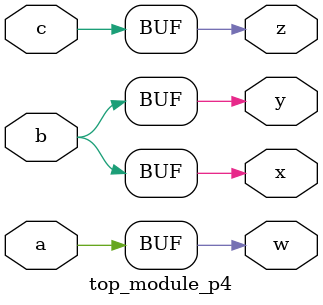
<source format=v>
module top_module_p4( 
    input a,b,c,
    output w,x,y,z );
    
    assign w = a;
    assign x = b;
    assign y = b;
    assign z = c;

endmodule

</source>
